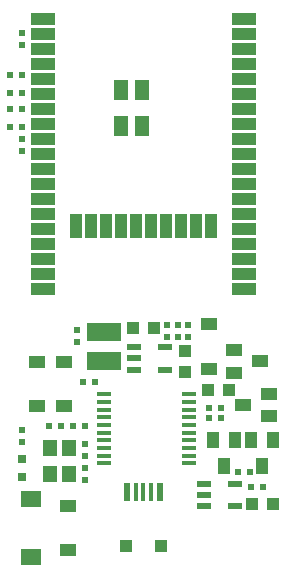
<source format=gbr>
G04 #@! TF.GenerationSoftware,KiCad,Pcbnew,5.1.0-rc1-unknown-6bb8fde~84~ubuntu18.04.1*
G04 #@! TF.CreationDate,2019-02-08T10:21:34+02:00
G04 #@! TF.ProjectId,ESP32-DevKit-Lipo_Rev_B,45535033-322d-4446-9576-4b69742d4c69,B*
G04 #@! TF.SameCoordinates,Original*
G04 #@! TF.FileFunction,Paste,Top*
G04 #@! TF.FilePolarity,Positive*
%FSLAX46Y46*%
G04 Gerber Fmt 4.6, Leading zero omitted, Abs format (unit mm)*
G04 Created by KiCad (PCBNEW 5.1.0-rc1-unknown-6bb8fde~84~ubuntu18.04.1) date 2019-02-08 10:21:34*
%MOMM*%
%LPD*%
G04 APERTURE LIST*
%ADD10R,0.800000X0.800000*%
%ADD11R,1.200000X1.400000*%
%ADD12R,1.016000X1.016000*%
%ADD13R,1.400000X1.000000*%
%ADD14R,3.000000X1.600000*%
%ADD15R,1.000000X1.400000*%
%ADD16R,1.200000X0.550000*%
%ADD17R,1.270000X0.325000*%
%ADD18R,0.500000X1.650000*%
%ADD19R,0.325000X1.650000*%
%ADD20R,1.100000X1.000000*%
%ADD21R,1.754000X1.427000*%
%ADD22R,1.200000X1.800000*%
%ADD23R,2.101600X1.001600*%
%ADD24R,1.001600X2.101600*%
%ADD25R,0.550000X0.500000*%
%ADD26R,0.500000X0.550000*%
G04 APERTURE END LIST*
D10*
X133223000Y-109728000D03*
X133223000Y-111252000D03*
D11*
X137198000Y-108839000D03*
X135598000Y-111039000D03*
X137198000Y-111039000D03*
X135598000Y-108839000D03*
D12*
X150749000Y-103886000D03*
X148971000Y-103886000D03*
D13*
X151165560Y-100523040D03*
X151165560Y-102425500D03*
X153375360Y-101470460D03*
D14*
X140208000Y-99003000D03*
X140208000Y-101403000D03*
D15*
X151317960Y-108112560D03*
X149415500Y-108112560D03*
X150370540Y-110322360D03*
X154492960Y-108112560D03*
X152590500Y-108112560D03*
X153545540Y-110322360D03*
D16*
X148687000Y-111826000D03*
X148687000Y-112776000D03*
X148687000Y-113726000D03*
X151287000Y-111826000D03*
X151287000Y-113726000D03*
D17*
X140144500Y-104263000D03*
X140144500Y-104913000D03*
X140144500Y-105563000D03*
X140144500Y-106213000D03*
X140144500Y-106863000D03*
X140144500Y-107513000D03*
X140144500Y-108163000D03*
X140144500Y-108813000D03*
X140144500Y-109463000D03*
X140144500Y-110113000D03*
X147383500Y-110113000D03*
X147383500Y-109463000D03*
X147383500Y-108813000D03*
X147383500Y-108163000D03*
X147383500Y-107513000D03*
X147383500Y-106863000D03*
X147383500Y-106213000D03*
X147383500Y-105563000D03*
X147383500Y-104913000D03*
X147383500Y-104263000D03*
D16*
X142718000Y-100269000D03*
X142718000Y-101219000D03*
X142718000Y-102169000D03*
X145318000Y-100269000D03*
X145318000Y-102169000D03*
D13*
X151935000Y-105156000D03*
X154135000Y-104206000D03*
X154135000Y-106106000D03*
D18*
X142122500Y-112547000D03*
D19*
X142860000Y-112547000D03*
X143510000Y-112547000D03*
X144160000Y-112547000D03*
D18*
X144897500Y-112547000D03*
D20*
X142010000Y-117097000D03*
X145010000Y-117097000D03*
D21*
X133985000Y-118010500D03*
X133985000Y-113129500D03*
D22*
X143410000Y-81522000D03*
X143410000Y-78522000D03*
X141610000Y-81522000D03*
D23*
X152010000Y-94102000D03*
X152010000Y-92832000D03*
X152010000Y-91562000D03*
X152010000Y-90292000D03*
X152010000Y-95372000D03*
X135010000Y-95372000D03*
X135010000Y-90292000D03*
X135010000Y-91562000D03*
X135010000Y-92832000D03*
X135010000Y-94102000D03*
D22*
X141610000Y-78522000D03*
D23*
X135010000Y-72512000D03*
X135010000Y-73782000D03*
X135010000Y-75052000D03*
X135010000Y-76322000D03*
X135010000Y-77592000D03*
X135010000Y-78862000D03*
X135010000Y-80132000D03*
X135010000Y-81402000D03*
X135010000Y-82672000D03*
X135010000Y-83942000D03*
X135010000Y-85212000D03*
X135010000Y-86482000D03*
X135010000Y-87752000D03*
X135010000Y-89022000D03*
D24*
X137810000Y-90022000D03*
X139080000Y-90022000D03*
X140350000Y-90022000D03*
X141620000Y-90022000D03*
X142890000Y-90022000D03*
X144160000Y-90022000D03*
X145430000Y-90022000D03*
X146700000Y-90022000D03*
X147970000Y-90022000D03*
X149240000Y-90022000D03*
D23*
X152010000Y-89022000D03*
X152010000Y-87752000D03*
X152010000Y-86482000D03*
X152010000Y-85212000D03*
X152010000Y-83942000D03*
X152010000Y-82672000D03*
X152010000Y-81402000D03*
X152010000Y-80132000D03*
X152010000Y-78862000D03*
X152010000Y-77592000D03*
X152010000Y-76322000D03*
X152010000Y-75052000D03*
X152010000Y-73782000D03*
X152010000Y-72512000D03*
D13*
X137160000Y-113670000D03*
X137160000Y-117470000D03*
X149098000Y-98303000D03*
X149098000Y-102103000D03*
X136779000Y-101478000D03*
X136779000Y-105278000D03*
X134493000Y-105278000D03*
X134493000Y-101478000D03*
D12*
X154495500Y-113538000D03*
X152717500Y-113538000D03*
X147066000Y-100584000D03*
X147066000Y-102362000D03*
X144399000Y-98679000D03*
X142621000Y-98679000D03*
D25*
X147320000Y-98361500D03*
X147320000Y-99377500D03*
X133223000Y-82677000D03*
X133223000Y-83693000D03*
X133223000Y-107315000D03*
X133223000Y-108331000D03*
D26*
X153670000Y-112141000D03*
X152654000Y-112141000D03*
X132207000Y-80137001D03*
X133223000Y-80137001D03*
X136525000Y-106934000D03*
X135509000Y-106934000D03*
D25*
X137922000Y-98806000D03*
X137922000Y-99822000D03*
D26*
X150114000Y-106299000D03*
X149098000Y-106299000D03*
X150114000Y-105410000D03*
X149098000Y-105410000D03*
X151511000Y-110871000D03*
X152527000Y-110871000D03*
D25*
X145542000Y-98361500D03*
X145542000Y-99377500D03*
X146431000Y-98361500D03*
X146431000Y-99377500D03*
X133223000Y-74676000D03*
X133223000Y-73660000D03*
D26*
X133223000Y-77216000D03*
X132207000Y-77216000D03*
X132207000Y-78740000D03*
X133223000Y-78740000D03*
X138430000Y-103251000D03*
X139446000Y-103251000D03*
D25*
X138557000Y-108458000D03*
X138557000Y-109474000D03*
X138557000Y-111506000D03*
X138557000Y-110490000D03*
D26*
X137541000Y-106934000D03*
X138557000Y-106934000D03*
X133222999Y-81661000D03*
X132206999Y-81661000D03*
M02*

</source>
